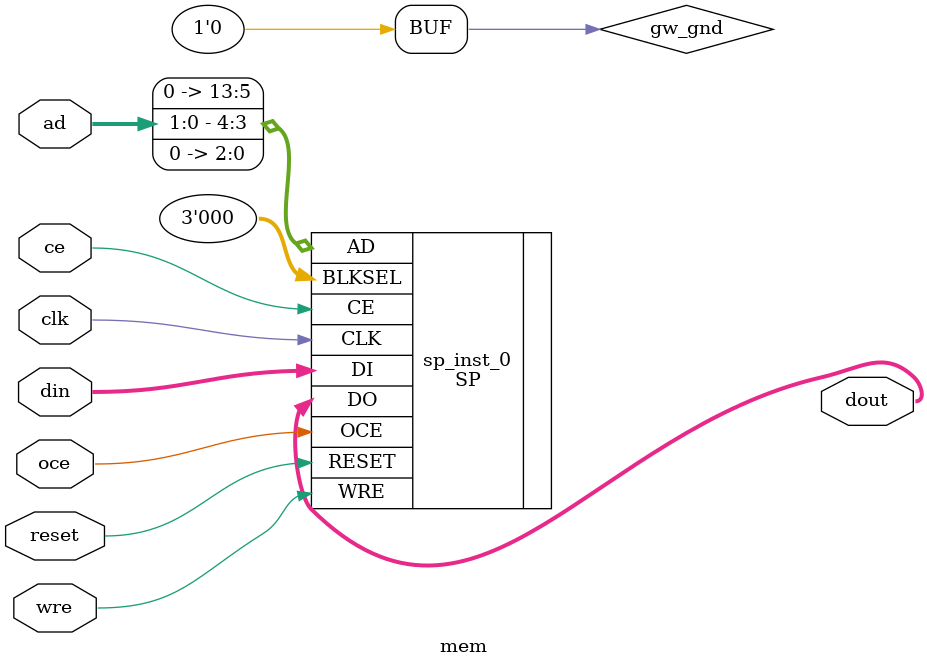
<source format=v>

module mem (dout, clk, oce, ce, reset, wre, ad, din);

output [7:0] dout;
input clk;
input oce;
input ce;
input reset;
input wre;
input [1:0] ad;
input [7:0] din;

wire gw_gnd;

assign gw_gnd = 1'b0;

SP sp_inst_0 (
    .DO(dout[7:0]),
    .CLK(clk),
    .OCE(oce),
    .CE(ce),
    .RESET(reset),
    .WRE(wre),
    .BLKSEL({gw_gnd,gw_gnd,gw_gnd}),
    .AD({gw_gnd,gw_gnd,gw_gnd,gw_gnd,gw_gnd,gw_gnd,gw_gnd,gw_gnd,gw_gnd,ad[1:0],gw_gnd,gw_gnd,gw_gnd}),
    .DI(din[7:0])
);

defparam sp_inst_0.READ_MODE = 1'b0;
defparam sp_inst_0.WRITE_MODE = 2'b00;
defparam sp_inst_0.BIT_WIDTH = 8;
defparam sp_inst_0.BLK_SEL = 3'b000;
defparam sp_inst_0.RESET_MODE = "SYNC";

endmodule //mem

</source>
